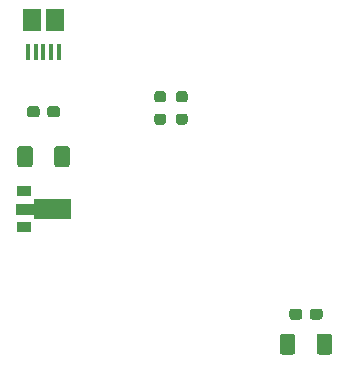
<source format=gtp>
%TF.GenerationSoftware,KiCad,Pcbnew,5.1.12-84ad8e8a86~92~ubuntu20.04.1*%
%TF.CreationDate,2022-11-18T17:27:09+01:00*%
%TF.ProjectId,pongCard,706f6e67-4361-4726-942e-6b696361645f,rev?*%
%TF.SameCoordinates,Original*%
%TF.FileFunction,Paste,Top*%
%TF.FilePolarity,Positive*%
%FSLAX46Y46*%
G04 Gerber Fmt 4.6, Leading zero omitted, Abs format (unit mm)*
G04 Created by KiCad (PCBNEW 5.1.12-84ad8e8a86~92~ubuntu20.04.1) date 2022-11-18 17:27:09*
%MOMM*%
%LPD*%
G01*
G04 APERTURE LIST*
%ADD10C,0.100000*%
%ADD11R,1.300000X0.900000*%
%ADD12R,1.500000X1.900000*%
%ADD13R,0.400000X1.350000*%
G04 APERTURE END LIST*
D10*
%TO.C,U2*%
G36*
X82945000Y-79781500D02*
G01*
X79820000Y-79781500D01*
X79820000Y-79365000D01*
X78345000Y-79365000D01*
X78345000Y-78465000D01*
X79820000Y-78465000D01*
X79820000Y-78048500D01*
X82945000Y-78048500D01*
X82945000Y-79781500D01*
G37*
D11*
X78995000Y-80415000D03*
X78995000Y-77415000D03*
%TD*%
%TO.C,R5*%
G36*
G01*
X91865000Y-71532500D02*
X91865000Y-71057500D01*
G75*
G02*
X92102500Y-70820000I237500J0D01*
G01*
X92602500Y-70820000D01*
G75*
G02*
X92840000Y-71057500I0J-237500D01*
G01*
X92840000Y-71532500D01*
G75*
G02*
X92602500Y-71770000I-237500J0D01*
G01*
X92102500Y-71770000D01*
G75*
G02*
X91865000Y-71532500I0J237500D01*
G01*
G37*
G36*
G01*
X90040000Y-71532500D02*
X90040000Y-71057500D01*
G75*
G02*
X90277500Y-70820000I237500J0D01*
G01*
X90777500Y-70820000D01*
G75*
G02*
X91015000Y-71057500I0J-237500D01*
G01*
X91015000Y-71532500D01*
G75*
G02*
X90777500Y-71770000I-237500J0D01*
G01*
X90277500Y-71770000D01*
G75*
G02*
X90040000Y-71532500I0J237500D01*
G01*
G37*
%TD*%
%TO.C,R4*%
G36*
G01*
X91865000Y-69627500D02*
X91865000Y-69152500D01*
G75*
G02*
X92102500Y-68915000I237500J0D01*
G01*
X92602500Y-68915000D01*
G75*
G02*
X92840000Y-69152500I0J-237500D01*
G01*
X92840000Y-69627500D01*
G75*
G02*
X92602500Y-69865000I-237500J0D01*
G01*
X92102500Y-69865000D01*
G75*
G02*
X91865000Y-69627500I0J237500D01*
G01*
G37*
G36*
G01*
X90040000Y-69627500D02*
X90040000Y-69152500D01*
G75*
G02*
X90277500Y-68915000I237500J0D01*
G01*
X90777500Y-68915000D01*
G75*
G02*
X91015000Y-69152500I0J-237500D01*
G01*
X91015000Y-69627500D01*
G75*
G02*
X90777500Y-69865000I-237500J0D01*
G01*
X90277500Y-69865000D01*
G75*
G02*
X90040000Y-69627500I0J237500D01*
G01*
G37*
%TD*%
D12*
%TO.C,J1*%
X81645000Y-62897500D03*
D13*
X80645000Y-65597500D03*
X79995000Y-65597500D03*
X79345000Y-65597500D03*
X81945000Y-65597500D03*
X81295000Y-65597500D03*
D12*
X79645000Y-62897500D03*
%TD*%
%TO.C,C4*%
G36*
G01*
X80320000Y-70422500D02*
X80320000Y-70897500D01*
G75*
G02*
X80082500Y-71135000I-237500J0D01*
G01*
X79482500Y-71135000D01*
G75*
G02*
X79245000Y-70897500I0J237500D01*
G01*
X79245000Y-70422500D01*
G75*
G02*
X79482500Y-70185000I237500J0D01*
G01*
X80082500Y-70185000D01*
G75*
G02*
X80320000Y-70422500I0J-237500D01*
G01*
G37*
G36*
G01*
X82045000Y-70422500D02*
X82045000Y-70897500D01*
G75*
G02*
X81807500Y-71135000I-237500J0D01*
G01*
X81207500Y-71135000D01*
G75*
G02*
X80970000Y-70897500I0J237500D01*
G01*
X80970000Y-70422500D01*
G75*
G02*
X81207500Y-70185000I237500J0D01*
G01*
X81807500Y-70185000D01*
G75*
G02*
X82045000Y-70422500I0J-237500D01*
G01*
G37*
%TD*%
%TO.C,C3*%
G36*
G01*
X79745000Y-73819999D02*
X79745000Y-75120001D01*
G75*
G02*
X79495001Y-75370000I-249999J0D01*
G01*
X78669999Y-75370000D01*
G75*
G02*
X78420000Y-75120001I0J249999D01*
G01*
X78420000Y-73819999D01*
G75*
G02*
X78669999Y-73570000I249999J0D01*
G01*
X79495001Y-73570000D01*
G75*
G02*
X79745000Y-73819999I0J-249999D01*
G01*
G37*
G36*
G01*
X82870000Y-73819999D02*
X82870000Y-75120001D01*
G75*
G02*
X82620001Y-75370000I-249999J0D01*
G01*
X81794999Y-75370000D01*
G75*
G02*
X81545000Y-75120001I0J249999D01*
G01*
X81545000Y-73819999D01*
G75*
G02*
X81794999Y-73570000I249999J0D01*
G01*
X82620001Y-73570000D01*
G75*
G02*
X82870000Y-73819999I0J-249999D01*
G01*
G37*
%TD*%
%TO.C,C2*%
G36*
G01*
X103195000Y-88042500D02*
X103195000Y-87567500D01*
G75*
G02*
X103432500Y-87330000I237500J0D01*
G01*
X104032500Y-87330000D01*
G75*
G02*
X104270000Y-87567500I0J-237500D01*
G01*
X104270000Y-88042500D01*
G75*
G02*
X104032500Y-88280000I-237500J0D01*
G01*
X103432500Y-88280000D01*
G75*
G02*
X103195000Y-88042500I0J237500D01*
G01*
G37*
G36*
G01*
X101470000Y-88042500D02*
X101470000Y-87567500D01*
G75*
G02*
X101707500Y-87330000I237500J0D01*
G01*
X102307500Y-87330000D01*
G75*
G02*
X102545000Y-87567500I0J-237500D01*
G01*
X102545000Y-88042500D01*
G75*
G02*
X102307500Y-88280000I-237500J0D01*
G01*
X101707500Y-88280000D01*
G75*
G02*
X101470000Y-88042500I0J237500D01*
G01*
G37*
%TD*%
%TO.C,C1*%
G36*
G01*
X103770000Y-90995001D02*
X103770000Y-89694999D01*
G75*
G02*
X104019999Y-89445000I249999J0D01*
G01*
X104845001Y-89445000D01*
G75*
G02*
X105095000Y-89694999I0J-249999D01*
G01*
X105095000Y-90995001D01*
G75*
G02*
X104845001Y-91245000I-249999J0D01*
G01*
X104019999Y-91245000D01*
G75*
G02*
X103770000Y-90995001I0J249999D01*
G01*
G37*
G36*
G01*
X100645000Y-90995001D02*
X100645000Y-89694999D01*
G75*
G02*
X100894999Y-89445000I249999J0D01*
G01*
X101720001Y-89445000D01*
G75*
G02*
X101970000Y-89694999I0J-249999D01*
G01*
X101970000Y-90995001D01*
G75*
G02*
X101720001Y-91245000I-249999J0D01*
G01*
X100894999Y-91245000D01*
G75*
G02*
X100645000Y-90995001I0J249999D01*
G01*
G37*
%TD*%
M02*

</source>
